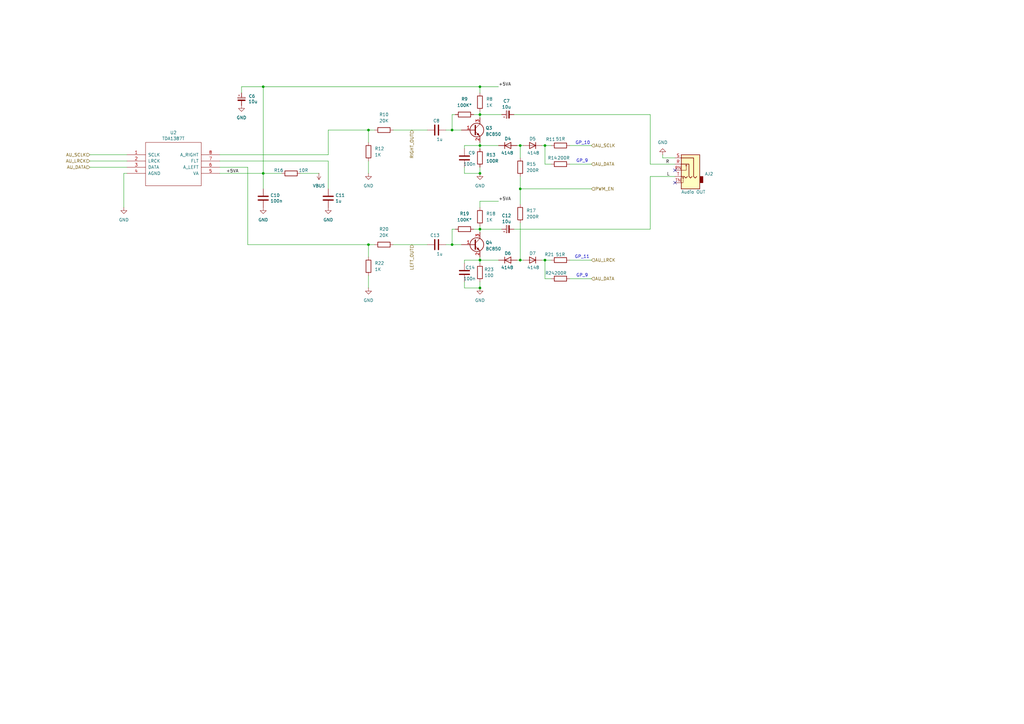
<source format=kicad_sch>
(kicad_sch (version 20231120) (generator "eeschema") (generator_version "8.0")
  (paper "A3")
  (title_block (title "Valera") (date "2025-01-08") (rev "1.0") (company "Mikhail Matveev") (comment 1 "https://github.com/xtremespb/valera"))
  (lib_symbols
    (symbol "Connector_Audio:AudioJack3_SwitchTR"
      (property "Reference" "J" (at 0 8.89 0))
      (property "Value" "AudioJack3_SwitchTR" (at 0 6.35 0))
      (symbol "AudioJack3_SwitchTR_0_1"
        (rectangle (start -5.08 -5.08) (end -6.35 -7.62) (stroke (width 0.254)) (fill (type outline)))
        (polyline (pts (xy 0.508 -0.254) (xy 0.762 -0.762)))
        (polyline (pts (xy 1.778 -5.334) (xy 2.032 -5.842)))
        (polyline (pts (xy 0 -5.08) (xy 0.635 -5.715) (xy 1.27 -5.08) (xy 2.54 -5.08)) (stroke (width 0.254)))
        (polyline (pts (xy 2.54 -7.62) (xy 1.778 -7.62) (xy 1.778 -5.334) (xy 1.524 -5.842)))
        (polyline (pts (xy 2.54 -2.54) (xy 0.508 -2.54) (xy 0.508 -0.254) (xy 0.254 -0.762)))
        (polyline (pts (xy -1.905 -5.08) (xy -1.27 -5.715) (xy -0.635 -5.08) (xy -0.635 0) (xy 2.54 0)) (stroke (width 0.254)))
        (polyline (pts (xy 2.54 2.54) (xy -2.54 2.54) (xy -2.54 -5.08) (xy -3.175 -5.715) (xy -3.81 -5.08)) (stroke (width 0.254)))
        (rectangle (start 2.54 3.81) (end -5.08 -10.16) (stroke (width 0.254)) (fill (type background)))
      )
      (symbol "AudioJack3_SwitchTR_1_1"
        (pin passive line (at 5.08 0 180) (length 2.54) (name "~") (number "R"))
        (pin passive line (at 5.08 -2.54 180) (length 2.54) (name "~") (number "RN"))
        (pin passive line (at 5.08 2.54 180) (length 2.54) (name "~") (number "S"))
        (pin passive line (at 5.08 -5.08 180) (length 2.54) (name "~") (number "T"))
        (pin passive line (at 5.08 -7.62 180) (length 2.54) (name "~") (number "TN"))
      )
    )
    (symbol "D_1" (pin_numbers hide) (pin_names (offset 1.016) hide)
      (property "Reference" "D" (at 0 2.54 0))
      (property "Value" "D" (at 0 -2.54 0))
      (symbol "D_1_0_1"
        (polyline (pts (xy -1.27 1.27) (xy -1.27 -1.27)) (stroke (width 0.254)))
        (polyline (pts (xy 1.27 0) (xy -1.27 0)))
        (polyline (pts (xy 1.27 1.27) (xy 1.27 -1.27) (xy -1.27 0) (xy 1.27 1.27)) (stroke (width 0.254)))
      )
      (symbol "D_1_1_1"
        (pin passive line (at -3.81 0 0) (length 2.54) (name "K") (number "1"))
        (pin passive line (at 3.81 0 180) (length 2.54) (name "A") (number "2"))
      )
    )
    (symbol "D_2" (pin_numbers hide) (pin_names (offset 1.016) hide)
      (property "Reference" "D" (at 0 2.54 0))
      (property "Value" "D" (at 0 -2.54 0))
      (symbol "D_2_0_1"
        (polyline (pts (xy -1.27 1.27) (xy -1.27 -1.27)) (stroke (width 0.254)))
        (polyline (pts (xy 1.27 0) (xy -1.27 0)))
        (polyline (pts (xy 1.27 1.27) (xy 1.27 -1.27) (xy -1.27 0) (xy 1.27 1.27)) (stroke (width 0.254)))
      )
      (symbol "D_2_1_1"
        (pin passive line (at -3.81 0 0) (length 2.54) (name "K") (number "1"))
        (pin passive line (at 3.81 0 180) (length 2.54) (name "A") (number "2"))
      )
    )
    (symbol "D_3" (pin_numbers hide) (pin_names (offset 1.016) hide)
      (property "Reference" "D" (at 0 2.54 0))
      (property "Value" "D" (at 0 -2.54 0))
      (symbol "D_3_0_1"
        (polyline (pts (xy -1.27 1.27) (xy -1.27 -1.27)) (stroke (width 0.254)))
        (polyline (pts (xy 1.27 0) (xy -1.27 0)))
        (polyline (pts (xy 1.27 1.27) (xy 1.27 -1.27) (xy -1.27 0) (xy 1.27 1.27)) (stroke (width 0.254)))
      )
      (symbol "D_3_1_1"
        (pin passive line (at -3.81 0 0) (length 2.54) (name "K") (number "1"))
        (pin passive line (at 3.81 0 180) (length 2.54) (name "A") (number "2"))
      )
    )
    (symbol "Device:C" (pin_numbers hide) (pin_names (offset 0.254))
      (property "Reference" "C" (at 0.635 2.54 0))
      (property "Value" "C" (at 0.635 -2.54 0))
      (symbol "C_0_1"
        (polyline (pts (xy -2.032 -0.762) (xy 2.032 -0.762)) (stroke (width 0.508)))
        (polyline (pts (xy -2.032 0.762) (xy 2.032 0.762)) (stroke (width 0.508)))
      )
      (symbol "C_1_1"
        (pin passive line (at 0 3.81 270) (length 2.794) (name "~") (number "1"))
        (pin passive line (at 0 -3.81 90) (length 2.794) (name "~") (number "2"))
      )
    )
    (symbol "Device:C_Polarized_Small" (pin_numbers hide) (pin_names (offset 0.254) hide)
      (property "Reference" "C" (at 0.254 1.778 0))
      (property "Value" "C_Polarized_Small" (at 0.254 -2.032 0))
      (symbol "C_Polarized_Small_0_1"
        (rectangle (start -1.524 -0.3048) (end 1.524 -0.6858) (fill (type outline)))
        (rectangle (start -1.524 0.6858) (end 1.524 0.3048))
        (polyline (pts (xy -1.27 1.524) (xy -0.762 1.524)))
        (polyline (pts (xy -1.016 1.27) (xy -1.016 1.778)))
      )
      (symbol "C_Polarized_Small_1_1"
        (pin passive line (at 0 2.54 270) (length 1.8542) (name "~") (number "1"))
        (pin passive line (at 0 -2.54 90) (length 1.8542) (name "~") (number "2"))
      )
    )
    (symbol "Device:D" (pin_numbers hide) (pin_names (offset 1.016) hide)
      (property "Reference" "D" (at 0 2.54 0))
      (property "Value" "D" (at 0 -2.54 0))
      (symbol "D_0_1"
        (polyline (pts (xy -1.27 1.27) (xy -1.27 -1.27)) (stroke (width 0.254)))
        (polyline (pts (xy 1.27 0) (xy -1.27 0)))
        (polyline (pts (xy 1.27 1.27) (xy 1.27 -1.27) (xy -1.27 0) (xy 1.27 1.27)) (stroke (width 0.254)))
      )
      (symbol "D_1_1"
        (pin passive line (at -3.81 0 0) (length 2.54) (name "K") (number "1"))
        (pin passive line (at 3.81 0 180) (length 2.54) (name "A") (number "2"))
      )
    )
    (symbol "Device:R" (pin_numbers hide) (pin_names (offset 0))
      (property "Reference" "R" (at 2.032 0 90))
      (property "Value" "R" (at 0 0 90))
      (symbol "R_0_1"
        (rectangle (start -1.016 -2.54) (end 1.016 2.54) (stroke (width 0.254)))
      )
      (symbol "R_1_1"
        (pin passive line (at 0 3.81 270) (length 1.27) (name "~") (number "1"))
        (pin passive line (at 0 -3.81 90) (length 1.27) (name "~") (number "2"))
      )
    )
    (symbol "GND_1" (power) (pin_numbers hide) (pin_names (offset 0) hide)
      (property "Value" "GND" (at 0 -3.81 0))
      (symbol "GND_1_0_1"
        (polyline (pts (xy 0 0) (xy 0 -1.27) (xy 1.27 -1.27) (xy 0 -2.54) (xy -1.27 -1.27) (xy 0 -1.27)))
      )
      (symbol "GND_1_1_1"
        (pin power_in line (at 0 0 270) (length 0) (name "~") (number "1"))
      )
    )
    (symbol "GND_2" (power) (pin_numbers hide) (pin_names (offset 0) hide)
      (property "Value" "GND" (at 0 -3.81 0))
      (symbol "GND_2_0_1"
        (polyline (pts (xy 0 0) (xy 0 -1.27) (xy 1.27 -1.27) (xy 0 -2.54) (xy -1.27 -1.27) (xy 0 -1.27)))
      )
      (symbol "GND_2_1_1"
        (pin power_in line (at 0 0 270) (length 0) (name "~") (number "1"))
      )
    )
    (symbol "TDA1387T:TDA1387T" (pin_names (offset 1.016))
      (property "Reference" "U" (at 0 -2.54 0))
      (property "Value" "TDA1387T" (at 0 2.54 0))
      (symbol "TDA1387T_1_0"
        (rectangle (start -11.43 -8.89) (end 11.43 8.89))
      )
      (symbol "TDA1387T_1_1"
        (pin input line (at -19.05 3.81 0) (length 7.62) (name "SCLK") (number "1"))
        (pin input line (at -19.05 1.27 0) (length 7.62) (name "LRCK") (number "2"))
        (pin input line (at -19.05 -1.27 0) (length 7.62) (name "DATA") (number "3"))
        (pin input line (at -19.05 -3.81 0) (length 7.62) (name "AGND") (number "4"))
        (pin input line (at 19.05 -3.81 180) (length 7.62) (name "VA") (number "5"))
        (pin input line (at 19.05 -1.27 180) (length 7.62) (name "A_LEFT") (number "6"))
        (pin input line (at 19.05 1.27 180) (length 7.62) (name "FLT") (number "7"))
        (pin input line (at 19.05 3.81 180) (length 7.62) (name "A_RIGHT") (number "8"))
      )
    )
    (symbol "Transistor_BJT:BC850" (pin_names (offset 0) hide)
      (property "Reference" "Q" (at 5.08 1.905 0))
      (property "Value" "BC850" (at 5.08 0 0))
      (symbol "BC850_0_1"
        (polyline (pts (xy 0.635 0.635) (xy 2.54 2.54)))
        (polyline (pts (xy 0.635 -0.635) (xy 2.54 -2.54) (xy 2.54 -2.54)))
        (polyline (pts (xy 0.635 1.905) (xy 0.635 -1.905) (xy 0.635 -1.905)) (stroke (width 0.508)))
        (polyline (pts (xy 1.27 -1.778) (xy 1.778 -1.27) (xy 2.286 -2.286) (xy 1.27 -1.778) (xy 1.27 -1.778)) (fill (type outline)))
        (circle (center 1.27 0) (radius 2.8194) (stroke (width 0.254)))
      )
      (symbol "BC850_1_1"
        (pin input line (at -5.08 0 0) (length 5.715) (name "B") (number "1"))
        (pin passive line (at 2.54 -5.08 90) (length 2.54) (name "E") (number "2"))
        (pin passive line (at 2.54 5.08 270) (length 2.54) (name "C") (number "3"))
      )
    )
    (symbol "power:VBUS" (power) (pin_numbers hide) (pin_names (offset 0) hide)
      (property "Value" "VBUS" (at 0 3.556 0))
      (symbol "VBUS_0_1"
        (polyline (pts (xy -0.762 1.27) (xy 0 2.54)))
        (polyline (pts (xy 0 0) (xy 0 2.54)))
        (polyline (pts (xy 0 2.54) (xy 0.762 1.27)))
      )
      (symbol "VBUS_1_1"
        (pin power_in line (at 0 0 90) (length 0) (name "~") (number "1"))
      )
    )
  )
  (junction (at 213.36 59.69))
  (junction (at 196.85 59.69))
  (junction (at 213.36 106.68))
  (junction (at 223.52 106.68))
  (junction (at 151.13 53.34))
  (junction (at 196.85 46.99))
  (junction (at 151.13 100.33))
  (junction (at 196.85 106.68))
  (junction (at 223.52 59.69))
  (junction (at 196.85 93.98))
  (junction (at 107.95 35.56))
  (junction (at 196.85 35.56))
  (junction (at 185.42 100.33))
  (junction (at 107.95 71.12))
  (junction (at 213.36 77.47))
  (junction (at 196.85 118.11))
  (junction (at 196.85 71.12))
  (junction (at 185.42 53.34))
  (no_connect (at 276.86 74.93))
  (no_connect (at 276.86 69.85))
  (wire (pts (xy 210.82 46.99) (xy 266.7 46.99)))
  (wire (pts (xy 196.85 59.69) (xy 196.85 58.42)))
  (wire (pts (xy 196.85 93.98) (xy 196.85 95.25)))
  (wire (pts (xy 226.06 114.3) (xy 223.52 114.3)))
  (wire (pts (xy 196.85 46.99) (xy 205.74 46.99)))
  (wire (pts (xy 182.88 100.33) (xy 185.42 100.33)))
  (wire (pts (xy 50.8 71.12) (xy 50.8 85.09)))
  (wire (pts (xy 266.7 93.98) (xy 266.7 72.39)))
  (wire (pts (xy 196.85 82.55) (xy 204.47 82.55)))
  (wire (pts (xy 151.13 100.33) (xy 153.67 100.33)))
  (wire (pts (xy 36.83 68.58) (xy 52.07 68.58)))
  (wire (pts (xy 182.88 53.34) (xy 185.42 53.34)))
  (wire (pts (xy 190.5 106.68) (xy 196.85 106.68)))
  (wire (pts (xy 101.6 100.33) (xy 101.6 68.58)))
  (wire (pts (xy 213.36 77.47) (xy 213.36 83.82)))
  (wire (pts (xy 212.09 106.68) (xy 213.36 106.68)))
  (wire (pts (xy 214.63 106.68) (xy 213.36 106.68)))
  (wire (pts (xy 196.85 46.99) (xy 196.85 48.26)))
  (wire (pts (xy 107.95 35.56) (xy 107.95 71.12)))
  (wire (pts (xy 233.68 67.31) (xy 242.57 67.31)))
  (wire (pts (xy 222.25 59.69) (xy 223.52 59.69)))
  (wire (pts (xy 222.25 106.68) (xy 223.52 106.68)))
  (wire (pts (xy 50.8 71.12) (xy 52.07 71.12)))
  (wire (pts (xy 233.68 106.68) (xy 242.57 106.68)))
  (wire (pts (xy 151.13 66.04) (xy 151.13 71.12)))
  (wire (pts (xy 223.52 114.3) (xy 223.52 106.68)))
  (wire (pts (xy 214.63 59.69) (xy 213.36 59.69)))
  (wire (pts (xy 36.83 66.04) (xy 52.07 66.04)))
  (wire (pts (xy 185.42 46.99) (xy 185.42 53.34)))
  (wire (pts (xy 107.95 71.12) (xy 107.95 77.47)))
  (wire (pts (xy 161.29 100.33) (xy 175.26 100.33)))
  (wire (pts (xy 223.52 67.31) (xy 223.52 59.69)))
  (wire (pts (xy 213.36 91.44) (xy 213.36 106.68)))
  (wire (pts (xy 151.13 53.34) (xy 151.13 58.42)))
  (wire (pts (xy 276.86 67.31) (xy 266.7 67.31)))
  (wire (pts (xy 186.69 93.98) (xy 185.42 93.98)))
  (wire (pts (xy 161.29 53.34) (xy 175.26 53.34)))
  (wire (pts (xy 196.85 106.68) (xy 196.85 105.41)))
  (wire (pts (xy 233.68 114.3) (xy 242.57 114.3)))
  (wire (pts (xy 194.31 93.98) (xy 196.85 93.98)))
  (wire (pts (xy 266.7 67.31) (xy 266.7 46.99)))
  (wire (pts (xy 185.42 53.34) (xy 189.23 53.34)))
  (wire (pts (xy 196.85 106.68) (xy 196.85 107.95)))
  (wire (pts (xy 107.95 71.12) (xy 115.57 71.12)))
  (wire (pts (xy 196.85 92.71) (xy 196.85 93.98)))
  (wire (pts (xy 223.52 106.68) (xy 226.06 106.68)))
  (wire (pts (xy 276.86 64.77) (xy 271.78 64.77)))
  (wire (pts (xy 212.09 59.69) (xy 213.36 59.69)))
  (wire (pts (xy 134.62 66.04) (xy 134.62 77.47)))
  (wire (pts (xy 185.42 93.98) (xy 185.42 100.33)))
  (wire (pts (xy 101.6 100.33) (xy 151.13 100.33)))
  (wire (pts (xy 90.17 68.58) (xy 101.6 68.58)))
  (wire (pts (xy 190.5 118.11) (xy 196.85 118.11)))
  (wire (pts (xy 213.36 59.69) (xy 213.36 64.77)))
  (wire (pts (xy 194.31 46.99) (xy 196.85 46.99)))
  (wire (pts (xy 226.06 67.31) (xy 223.52 67.31)))
  (wire (pts (xy 196.85 35.56) (xy 107.95 35.56)))
  (wire (pts (xy 151.13 100.33) (xy 151.13 105.41)))
  (wire (pts (xy 134.62 63.5) (xy 134.62 53.34)))
  (wire (pts (xy 190.5 115.57) (xy 190.5 118.11)))
  (wire (pts (xy 213.36 77.47) (xy 242.57 77.47)))
  (wire (pts (xy 266.7 72.39) (xy 276.86 72.39)))
  (wire (pts (xy 151.13 113.03) (xy 151.13 118.11)))
  (wire (pts (xy 190.5 71.12) (xy 196.85 71.12)))
  (wire (pts (xy 185.42 100.33) (xy 189.23 100.33)))
  (wire (pts (xy 204.47 106.68) (xy 196.85 106.68)))
  (wire (pts (xy 99.06 35.56) (xy 107.95 35.56)))
  (wire (pts (xy 190.5 107.95) (xy 190.5 106.68)))
  (wire (pts (xy 90.17 71.12) (xy 107.95 71.12)))
  (wire (pts (xy 190.5 59.69) (xy 196.85 59.69)))
  (wire (pts (xy 186.69 46.99) (xy 185.42 46.99)))
  (wire (pts (xy 90.17 66.04) (xy 134.62 66.04)))
  (wire (pts (xy 196.85 115.57) (xy 196.85 118.11)))
  (wire (pts (xy 36.83 63.5) (xy 52.07 63.5)))
  (wire (pts (xy 204.47 59.69) (xy 196.85 59.69)))
  (wire (pts (xy 196.85 59.69) (xy 196.85 60.96)))
  (wire (pts (xy 196.85 68.58) (xy 196.85 71.12)))
  (wire (pts (xy 123.19 71.12) (xy 130.81 71.12)))
  (wire (pts (xy 151.13 53.34) (xy 153.67 53.34)))
  (wire (pts (xy 196.85 45.72) (xy 196.85 46.99)))
  (wire (pts (xy 271.78 64.77) (xy 271.78 63.5)))
  (wire (pts (xy 190.5 60.96) (xy 190.5 59.69)))
  (wire (pts (xy 196.85 38.1) (xy 196.85 35.56)))
  (wire (pts (xy 190.5 68.58) (xy 190.5 71.12)))
  (wire (pts (xy 134.62 53.34) (xy 151.13 53.34)))
  (wire (pts (xy 196.85 93.98) (xy 205.74 93.98)))
  (wire (pts (xy 90.17 63.5) (xy 134.62 63.5)))
  (wire (pts (xy 210.82 93.98) (xy 266.7 93.98)))
  (wire (pts (xy 213.36 72.39) (xy 213.36 77.47)))
  (wire (pts (xy 223.52 59.69) (xy 226.06 59.69)))
  (wire (pts (xy 99.06 38.1) (xy 99.06 35.56)))
  (wire (pts (xy 233.68 59.69) (xy 242.57 59.69)))
  (wire (pts (xy 196.85 35.56) (xy 204.47 35.56)))
  (wire (pts (xy 196.85 85.09) (xy 196.85 82.55)))
  (text "GP_10" (at 239.014 58.674 0) (effects (font (size 1.27 1.27))))
  (text "GP_11" (at 238.76 105.41 0) (effects (font (size 1.27 1.27))))
  (text "GP_9" (at 238.76 113.03 0) (effects (font (size 1.27 1.27))))
  (text "GP_9" (at 238.76 66.04 0) (effects (font (size 1.27 1.27))))
  (label "L" (at 273.4668 72.39 0))
  (label "+5VA" (at 204.47 35.56 0))
  (label "R" (at 273.05 67.31 0))
  (label "+5VA" (at 204.47 82.55 0))
  (label "+5VA" (at 92.71 71.12 0))
  (hierarchical_label "AU_LRCK" (shape input) (at 242.57 106.68 0))
  (hierarchical_label "AU_DATA" (shape input) (at 242.57 114.3 0))
  (hierarchical_label "AU_SCLK" (shape input) (at 36.83 63.5 180))
  (hierarchical_label "AU_DATA" (shape input) (at 242.57 67.31 0))
  (hierarchical_label "AU_LRCK" (shape input) (at 36.83 66.04 180))
  (hierarchical_label "PWM_EN" (shape input) (at 242.57 77.47 0))
  (hierarchical_label "RIGHT_OUT" (shape input) (at 168.91 53.34 270))
  (hierarchical_label "LEFT_OUT" (shape input) (at 168.91 100.33 270))
  (hierarchical_label "AU_SCLK" (shape input) (at 242.57 59.69 0))
  (hierarchical_label "AU_DATA" (shape input) (at 36.83 68.58 180))
  (symbol (lib_name "GND_2") (lib_id "power:GND") (at 196.85 71.12 0) (unit 1)
    (property "Reference" "#PWR021" (effects (hide yes)))
    (property "Value" "GND" (at 196.85 76.2 0))
    (property "Description" "Power symbol creates a global label with name \"GND\" , ground" (effects (hide yes)))
  )
  (symbol (lib_id "Device:R") (at 229.87 106.68 90) (unit 1)
    (property "Reference" "R21" (at 225.298 104.394 90))
    (property "Value" "51R" (at 229.87 104.394 90))
    (property "Footprint" "LIBS:R_0805" (effects (hide yes)))
  )
  (symbol (lib_name "GND_2") (lib_id "power:GND") (at 134.62 85.09 0) (unit 1)
    (property "Reference" "#PWR024" (effects (hide yes)))
    (property "Value" "GND" (at 134.62 90.17 0))
    (property "Description" "Power symbol creates a global label with name \"GND\" , ground" (effects (hide yes)))
  )
  (symbol (lib_id "Device:C") (at 134.62 81.28 0) (unit 1)
    (property "Reference" "C11" (at 137.541 80.1116 0) (effects (justify left)))
    (property "Value" "1u" (at 137.541 82.423 0) (effects (justify left)))
    (property "Footprint" "LIBS:C_0805" (effects (hide yes)))
  )
  (symbol (lib_name "D_2") (lib_id "Device:D") (at 218.44 106.68 0) (mirror y) (unit 1)
    (property "Reference" "D7" (at 218.44 103.886 0))
    (property "Value" "4148" (at 218.694 109.728 0))
    (property "Footprint" "LIBS:D_0805" (effects (hide yes)))
    (property "Description" "Diode" (effects (hide yes)))
    (property "Sim.Device" "D" (effects (hide yes)))
    (property "Sim.Pins" "1=K 2=A" (effects (hide yes)))
  )
  (symbol (lib_id "Transistor_BJT:BC850") (at 194.31 100.33 0) (unit 1)
    (property "Reference" "Q4" (at 199.1614 99.4953 0) (effects (justify left)))
    (property "Value" "BC850" (at 199.1614 102.0322 0) (effects (justify left)))
    (property "Footprint" "LIBS:Q_SOT-23" (effects (hide yes)))
    (property "Datasheet" "http://www.infineon.com/dgdl/Infineon-BC847SERIES_BC848SERIES_BC849SERIES_BC850SERIES-DS-v01_01-en.pdf?fileId=db3a304314dca389011541d4630a1657" (effects (hide yes)))
  )
  (symbol (lib_id "Device:R") (at 229.87 67.31 90) (unit 1)
    (property "Reference" "R14" (at 226.568 64.77 90))
    (property "Value" "200R" (at 231.14 64.77 90))
    (property "Footprint" "LIBS:R_0805" (effects (hide yes)))
  )
  (symbol (lib_id "Device:R") (at 151.13 62.23 0) (unit 1)
    (property "Reference" "R12" (at 153.67 60.9599 0) (effects (justify left)))
    (property "Value" "1K" (at 153.67 63.4999 0) (effects (justify left)))
    (property "Footprint" "LIBS:R_0805" (effects (hide yes)))
  )
  (symbol (lib_id "Device:R") (at 196.85 41.91 0) (unit 1)
    (property "Reference" "R8" (at 199.39 40.6399 0) (effects (justify left)))
    (property "Value" "1K" (at 199.39 43.1799 0) (effects (justify left)))
    (property "Footprint" "LIBS:R_0805" (effects (hide yes)))
  )
  (symbol (lib_name "D_3") (lib_id "Device:D") (at 208.28 59.69 0) (unit 1)
    (property "Reference" "D4" (at 208.28 56.896 0))
    (property "Value" "4148" (at 208.026 62.738 0))
    (property "Footprint" "LIBS:D_0805" (effects (hide yes)))
    (property "Description" "Diode" (effects (hide yes)))
    (property "Sim.Device" "D" (effects (hide yes)))
    (property "Sim.Pins" "1=K 2=A" (effects (hide yes)))
  )
  (symbol (lib_id "Device:C") (at 190.5 111.76 180) (unit 1)
    (property "Reference" "C14" (at 194.818 109.728 0) (effects (justify left)))
    (property "Value" "100n" (at 195.072 114.3 0) (effects (justify left)))
    (property "Footprint" "LIBS:R_0805" (effects (hide yes)))
  )
  (symbol (lib_name "GND_1") (lib_id "power:GND") (at 271.78 63.5 180) (unit 1)
    (property "Reference" "#PWR018" (effects (hide yes)))
    (property "Value" "GND" (at 271.78 58.42 0))
    (property "Description" "Power symbol creates a global label with name \"GND\" , ground" (effects (hide yes)))
  )
  (symbol (lib_id "Device:R") (at 190.5 93.98 90) (unit 1)
    (property "Reference" "R19" (at 190.5 87.63 90))
    (property "Value" "100K*" (at 190.5 90.17 90))
    (property "Footprint" "LIBS:R_0805" (effects (hide yes)))
  )
  (symbol (lib_name "GND_2") (lib_id "power:GND") (at 151.13 71.12 0) (unit 1)
    (property "Reference" "#PWR020" (effects (hide yes)))
    (property "Value" "GND" (at 151.13 76.2 0))
    (property "Description" "Power symbol creates a global label with name \"GND\" , ground" (effects (hide yes)))
  )
  (symbol (lib_id "Transistor_BJT:BC850") (at 194.31 53.34 0) (unit 1)
    (property "Reference" "Q3" (at 199.1614 52.5053 0) (effects (justify left)))
    (property "Value" "BC850" (at 199.1614 55.0422 0) (effects (justify left)))
    (property "Footprint" "LIBS:Q_SOT-23" (effects (hide yes)))
    (property "Datasheet" "http://www.infineon.com/dgdl/Infineon-BC847SERIES_BC848SERIES_BC849SERIES_BC850SERIES-DS-v01_01-en.pdf?fileId=db3a304314dca389011541d4630a1657" (effects (hide yes)))
  )
  (symbol (lib_id "TDA1387T:TDA1387T") (at 71.12 67.31 0) (unit 1)
    (property "Reference" "U2" (at 71.12 54.4025 0))
    (property "Value" "TDA1387T" (at 71.12 56.8268 0))
    (property "Footprint" "LIBS:SO_4x4" (effects (hide yes)))
  )
  (symbol (lib_id "Device:R") (at 229.87 59.69 90) (unit 1)
    (property "Reference" "R11" (at 225.806 57.15 90))
    (property "Value" "51R" (at 229.87 56.9538 90))
    (property "Footprint" "LIBS:R_0805" (effects (hide yes)))
  )
  (symbol (lib_id "Device:C_Polarized_Small") (at 99.06 40.64 0) (unit 1)
    (property "Reference" "C6" (at 101.981 39.4716 0) (effects (justify left)))
    (property "Value" "10u" (at 101.854 41.656 0) (effects (justify left)))
    (property "Footprint" "LIBS:C_Radial" (effects (hide yes)))
    (property "Description" "Polarized capacitor, small symbol" (effects (hide yes)))
  )
  (symbol (lib_name "GND_2") (lib_id "power:GND") (at 107.95 85.09 0) (unit 1)
    (property "Reference" "#PWR023" (effects (hide yes)))
    (property "Value" "GND" (at 107.95 90.17 0))
    (property "Description" "Power symbol creates a global label with name \"GND\" , ground" (effects (hide yes)))
  )
  (symbol (lib_id "Device:D") (at 218.44 59.69 0) (mirror y) (unit 1)
    (property "Reference" "D5" (at 218.44 56.896 0))
    (property "Value" "4148" (at 218.694 62.738 0))
    (property "Footprint" "LIBS:D_0805" (effects (hide yes)))
    (property "Description" "Diode" (effects (hide yes)))
    (property "Sim.Device" "D" (effects (hide yes)))
    (property "Sim.Pins" "1=K 2=A" (effects (hide yes)))
  )
  (symbol (lib_id "Device:R") (at 229.87 114.3 90) (unit 1)
    (property "Reference" "R24" (at 225.552 112.014 90))
    (property "Value" "200R" (at 229.87 112.014 90))
    (property "Footprint" "LIBS:R_0805" (effects (hide yes)))
  )
  (symbol (lib_id "Device:C") (at 179.07 53.34 90) (unit 1)
    (property "Reference" "C8" (at 180.34 49.53 90) (effects (justify left)))
    (property "Value" "1u" (at 181.61 57.15 90) (effects (justify left)))
    (property "Footprint" "LIBS:C_0805" (effects (hide yes)))
  )
  (symbol (lib_id "Device:R") (at 196.85 88.9 0) (unit 1)
    (property "Reference" "R18" (at 199.39 87.6299 0) (effects (justify left)))
    (property "Value" "1K" (at 199.39 90.1699 0) (effects (justify left)))
    (property "Footprint" "LIBS:R_0805" (effects (hide yes)))
  )
  (symbol (lib_id "Device:R") (at 119.38 71.12 90) (unit 1)
    (property "Reference" "R16" (at 114.3 69.85 90))
    (property "Value" "10R" (at 124.46 69.85 90))
    (property "Footprint" "LIBS:R_0805" (effects (hide yes)))
  )
  (symbol (lib_id "Device:R") (at 213.36 68.58 0) (unit 1)
    (property "Reference" "R15" (at 215.9 67.3099 0) (effects (justify left)))
    (property "Value" "200R" (at 215.9 69.8499 0) (effects (justify left)))
    (property "Footprint" "LIBS:R_0805" (effects (hide yes)))
  )
  (symbol (lib_name "GND_2") (lib_id "power:GND") (at 196.85 118.11 0) (unit 1)
    (property "Reference" "#PWR026" (effects (hide yes)))
    (property "Value" "GND" (at 196.85 123.19 0))
    (property "Description" "Power symbol creates a global label with name \"GND\" , ground" (effects (hide yes)))
  )
  (symbol (lib_id "Device:C") (at 107.95 81.28 0) (unit 1)
    (property "Reference" "C10" (at 110.871 80.1116 0) (effects (justify left)))
    (property "Value" "100n" (at 110.871 82.423 0) (effects (justify left)))
    (property "Footprint" "LIBS:C_0805" (effects (hide yes)))
  )
  (symbol (lib_id "Device:R") (at 157.48 53.34 90) (unit 1)
    (property "Reference" "R10" (at 157.48 46.99 90))
    (property "Value" "20K" (at 157.48 49.53 90))
    (property "Footprint" "LIBS:R_0805" (effects (hide yes)))
  )
  (symbol (lib_id "Device:C") (at 190.5 64.77 180) (unit 1)
    (property "Reference" "C9" (at 194.818 62.738 0) (effects (justify left)))
    (property "Value" "100n" (at 195.072 67.31 0) (effects (justify left)))
    (property "Footprint" "LIBS:C_0805" (effects (hide yes)))
  )
  (symbol (lib_id "Device:C") (at 179.07 100.33 90) (unit 1)
    (property "Reference" "C13" (at 180.34 96.52 90) (effects (justify left)))
    (property "Value" "1u" (at 181.61 104.14 90) (effects (justify left)))
    (property "Footprint" "LIBS:R_0805" (effects (hide yes)))
  )
  (symbol (lib_id "Device:C_Polarized_Small") (at 208.28 93.98 90) (unit 1)
    (property "Reference" "C12" (at 207.7339 88.4385 90))
    (property "Value" "10u" (at 207.7339 90.8628 90))
    (property "Footprint" "LIBS:C_Radial" (effects (hide yes)))
  )
  (symbol (lib_id "Device:R") (at 213.36 87.63 0) (unit 1)
    (property "Reference" "R17" (at 215.9 86.3599 0) (effects (justify left)))
    (property "Value" "200R" (at 215.9 88.8999 0) (effects (justify left)))
    (property "Footprint" "LIBS:R_0805" (effects (hide yes)))
  )
  (symbol (lib_id "Device:R") (at 196.85 111.76 0) (unit 1)
    (property "Reference" "R23" (at 198.628 110.5478 0) (effects (justify left)))
    (property "Value" "100" (at 198.628 112.9721 0) (effects (justify left)))
    (property "Footprint" "LIBS:R_0805" (effects (hide yes)))
  )
  (symbol (lib_id "Device:R") (at 157.48 100.33 90) (unit 1)
    (property "Reference" "R20" (at 157.48 93.98 90))
    (property "Value" "20K" (at 157.48 96.52 90))
    (property "Footprint" "LIBS:R_0805" (effects (hide yes)))
  )
  (symbol (lib_id "Device:R") (at 196.85 64.77 0) (unit 1)
    (property "Reference" "R13" (at 199.39 63.4999 0) (effects (justify left)))
    (property "Value" "100R" (at 199.39 66.0399 0) (effects (justify left)))
    (property "Footprint" "LIBS:R_0805" (effects (hide yes)))
  )
  (symbol (lib_id "Device:R") (at 190.5 46.99 90) (unit 1)
    (property "Reference" "R9" (at 190.5 40.64 90))
    (property "Value" "100K*" (at 190.5 43.18 90))
    (property "Footprint" "LIBS:R_0805" (effects (hide yes)))
  )
  (symbol (lib_id "Device:C_Polarized_Small") (at 208.28 46.99 90) (unit 1)
    (property "Reference" "C7" (at 207.7339 41.4485 90))
    (property "Value" "10u" (at 207.7339 43.8728 90))
    (property "Footprint" "LIBS:C_Radial" (effects (hide yes)))
  )
  (symbol (lib_name "GND_2") (lib_id "power:GND") (at 151.13 118.11 0) (unit 1)
    (property "Reference" "#PWR025" (effects (hide yes)))
    (property "Value" "GND" (at 151.13 123.19 0))
    (property "Description" "Power symbol creates a global label with name \"GND\" , ground" (effects (hide yes)))
  )
  (symbol (lib_id "Device:R") (at 151.13 109.22 0) (unit 1)
    (property "Reference" "R22" (at 153.67 107.9499 0) (effects (justify left)))
    (property "Value" "1K" (at 153.67 110.4899 0) (effects (justify left)))
    (property "Footprint" "LIBS:R_0805" (effects (hide yes)))
  )
  (symbol (lib_name "D_1") (lib_id "Device:D") (at 208.28 106.68 0) (unit 1)
    (property "Reference" "D6" (at 208.28 103.886 0))
    (property "Value" "4148" (at 208.026 109.728 0))
    (property "Footprint" "LIBS:D_0805" (effects (hide yes)))
    (property "Description" "Diode" (effects (hide yes)))
    (property "Sim.Device" "D" (effects (hide yes)))
    (property "Sim.Pins" "1=K 2=A" (effects (hide yes)))
  )
  (symbol (lib_id "Connector_Audio:AudioJack3_SwitchTR") (at 281.94 67.31 0) (mirror y) (unit 1)
    (property "Reference" "AJ2" (at 289.0519 71.3197 0) (effects (justify right)))
    (property "Value" "Audio OUT" (at 279.4 78.74 0) (effects (justify right)))
    (property "Footprint" "LIBS:Jack_3.5mm" (effects (hide yes)))
    (property "Description" "Audio Jack, 3 Poles (Stereo / TRS), Switched TR Poles (Normalling)" (effects (hide yes)))
  )
  (symbol (lib_name "GND_2") (lib_id "power:GND") (at 50.8 85.09 0) (unit 1)
    (property "Reference" "#PWR022" (effects (hide yes)))
    (property "Value" "GND" (at 50.8 90.17 0))
    (property "Description" "Power symbol creates a global label with name \"GND\" , ground" (effects (hide yes)))
  )
  (symbol (lib_id "power:VBUS") (at 130.81 71.12 180) (unit 1)
    (property "Reference" "#PWR019" (effects (hide yes)))
    (property "Value" "VBUS" (at 130.81 76.2 0))
    (property "Description" "Power symbol creates a global label with name \"VBUS\"" (effects (hide yes)))
  )
  (symbol (lib_name "GND_2") (lib_id "power:GND") (at 99.06 43.18 0) (unit 1)
    (property "Reference" "#PWR017" (effects (hide yes)))
    (property "Value" "GND" (at 99.06 48.26 0))
    (property "Description" "Power symbol creates a global label with name \"GND\" , ground" (effects (hide yes)))
  )
)
</source>
